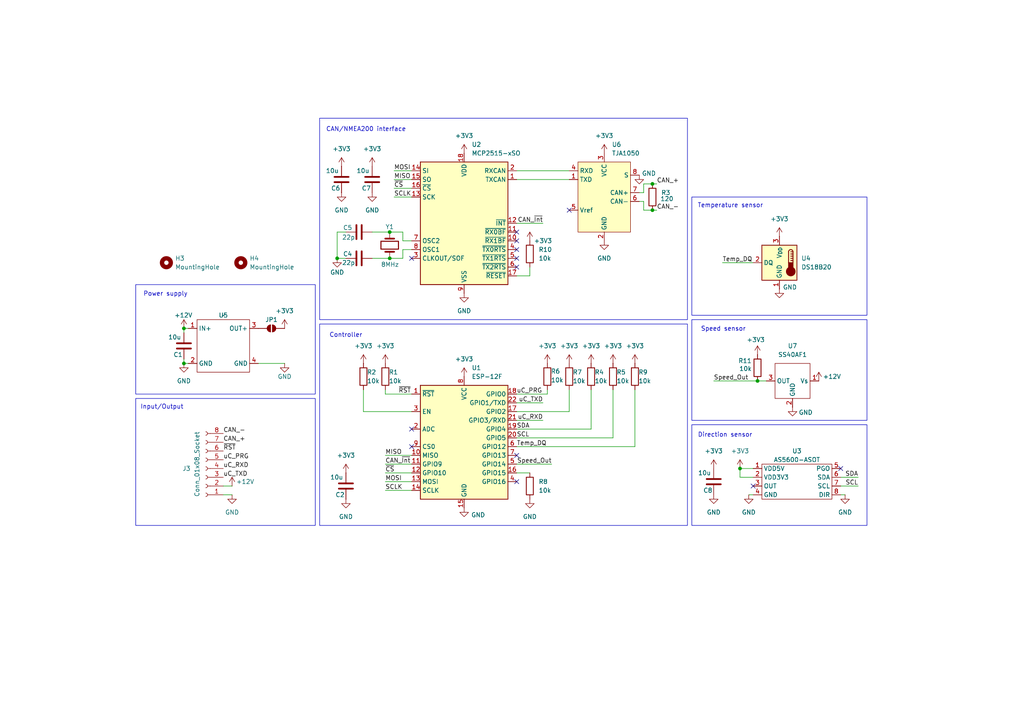
<source format=kicad_sch>
(kicad_sch (version 20231120) (generator "eeschema") (generator_version "8.0")
  (paper "A4")
  (lib_symbols
    (symbol "Connector:Conn_01x08_Socket" (pin_names (offset 1.016) hide)
      (property "Reference" "J" (at 0 10.16 0))
      (property "Value" "Conn_01x08_Socket" (at 0 -12.7 0))
      (symbol "Conn_01x08_Socket_1_1"
        (arc (start 0 -9.652) (mid -0.5058 -10.16) (end 0 -10.668) (stroke (width 0.1524)))
        (arc (start 0 -7.112) (mid -0.5058 -7.62) (end 0 -8.128) (stroke (width 0.1524)))
        (arc (start 0 -4.572) (mid -0.5058 -5.08) (end 0 -5.588) (stroke (width 0.1524)))
        (arc (start 0 -2.032) (mid -0.5058 -2.54) (end 0 -3.048) (stroke (width 0.1524)))
        (polyline (pts (xy -1.27 -10.16) (xy -0.508 -10.16)) (stroke (width 0.1524)))
        (polyline (pts (xy -1.27 -7.62) (xy -0.508 -7.62)) (stroke (width 0.1524)))
        (polyline (pts (xy -1.27 -5.08) (xy -0.508 -5.08)) (stroke (width 0.1524)))
        (polyline (pts (xy -1.27 -2.54) (xy -0.508 -2.54)) (stroke (width 0.1524)))
        (polyline (pts (xy -1.27 0) (xy -0.508 0)) (stroke (width 0.1524)))
        (polyline (pts (xy -1.27 2.54) (xy -0.508 2.54)) (stroke (width 0.1524)))
        (polyline (pts (xy -1.27 5.08) (xy -0.508 5.08)) (stroke (width 0.1524)))
        (polyline (pts (xy -1.27 7.62) (xy -0.508 7.62)) (stroke (width 0.1524)))
        (arc (start 0 0.508) (mid -0.5058 0) (end 0 -0.508) (stroke (width 0.1524)))
        (arc (start 0 3.048) (mid -0.5058 2.54) (end 0 2.032) (stroke (width 0.1524)))
        (arc (start 0 5.588) (mid -0.5058 5.08) (end 0 4.572) (stroke (width 0.1524)))
        (arc (start 0 8.128) (mid -0.5058 7.62) (end 0 7.112) (stroke (width 0.1524)))
        (pin passive line (at -5.08 7.62 0) (length 3.81) (name "Pin_1") (number "1"))
        (pin passive line (at -5.08 5.08 0) (length 3.81) (name "Pin_2") (number "2"))
        (pin passive line (at -5.08 2.54 0) (length 3.81) (name "Pin_3") (number "3"))
        (pin passive line (at -5.08 0 0) (length 3.81) (name "Pin_4") (number "4"))
        (pin passive line (at -5.08 -2.54 0) (length 3.81) (name "Pin_5") (number "5"))
        (pin passive line (at -5.08 -5.08 0) (length 3.81) (name "Pin_6") (number "6"))
        (pin passive line (at -5.08 -7.62 0) (length 3.81) (name "Pin_7") (number "7"))
        (pin passive line (at -5.08 -10.16 0) (length 3.81) (name "Pin_8") (number "8"))
      )
    )
    (symbol "Device:C" (pin_numbers hide) (pin_names (offset 0.254))
      (property "Reference" "C" (at 0.635 2.54 0))
      (property "Value" "C" (at 0.635 -2.54 0))
      (symbol "C_0_1"
        (polyline (pts (xy -2.032 -0.762) (xy 2.032 -0.762)) (stroke (width 0.508)))
        (polyline (pts (xy -2.032 0.762) (xy 2.032 0.762)) (stroke (width 0.508)))
      )
      (symbol "C_1_1"
        (pin passive line (at 0 3.81 270) (length 2.794) (name "~") (number "1"))
        (pin passive line (at 0 -3.81 90) (length 2.794) (name "~") (number "2"))
      )
    )
    (symbol "Device:Crystal" (pin_numbers hide) (pin_names (offset 1.016) hide)
      (property "Reference" "Y" (at 0 3.81 0))
      (property "Value" "Crystal" (at 0 -3.81 0))
      (symbol "Crystal_0_1"
        (rectangle (start -1.143 2.54) (end 1.143 -2.54) (stroke (width 0.3048)))
        (polyline (pts (xy -2.54 0) (xy -1.905 0)))
        (polyline (pts (xy -1.905 -1.27) (xy -1.905 1.27)) (stroke (width 0.508)))
        (polyline (pts (xy 1.905 -1.27) (xy 1.905 1.27)) (stroke (width 0.508)))
        (polyline (pts (xy 2.54 0) (xy 1.905 0)))
      )
      (symbol "Crystal_1_1"
        (pin passive line (at -3.81 0 0) (length 1.27) (name "1") (number "1"))
        (pin passive line (at 3.81 0 180) (length 1.27) (name "2") (number "2"))
      )
    )
    (symbol "Device:R" (pin_numbers hide) (pin_names (offset 0))
      (property "Reference" "R" (at 2.032 0 90))
      (property "Value" "R" (at 0 0 90))
      (symbol "R_0_1"
        (rectangle (start -1.016 -2.54) (end 1.016 2.54) (stroke (width 0.254)))
      )
      (symbol "R_1_1"
        (pin passive line (at 0 3.81 270) (length 1.27) (name "~") (number "1"))
        (pin passive line (at 0 -3.81 90) (length 1.27) (name "~") (number "2"))
      )
    )
    (symbol "Interface_CAN_LIN:MCP2515-xSO"
      (property "Reference" "U" (at -10.16 19.685 0))
      (property "Value" "MCP2515-xSO" (at 19.05 20.32 0))
      (symbol "MCP2515-xSO_0_1"
        (rectangle (start -12.7 17.78) (end 12.7 -17.78) (stroke (width 0.254)) (fill (type background)))
      )
      (symbol "MCP2515-xSO_1_1"
        (pin output line (at 15.24 12.7 180) (length 2.54) (name "TXCAN") (number "1"))
        (pin output line (at 15.24 -5.08 180) (length 2.54) (name "~{RX1BF}") (number "10"))
        (pin output line (at 15.24 -2.54 180) (length 2.54) (name "~{RX0BF}") (number "11"))
        (pin output line (at 15.24 0 180) (length 2.54) (name "~{INT}") (number "12"))
        (pin input line (at -15.24 7.62 0) (length 2.54) (name "SCK") (number "13"))
        (pin input line (at -15.24 15.24 0) (length 2.54) (name "SI") (number "14"))
        (pin output line (at -15.24 12.7 0) (length 2.54) (name "SO") (number "15"))
        (pin input line (at -15.24 10.16 0) (length 2.54) (name "~{CS}") (number "16"))
        (pin input line (at 15.24 -15.24 180) (length 2.54) (name "~{RESET}") (number "17"))
        (pin power_in line (at 0 20.32 270) (length 2.54) (name "VDD") (number "18"))
        (pin input line (at 15.24 15.24 180) (length 2.54) (name "RXCAN") (number "2"))
        (pin output line (at -15.24 -10.16 0) (length 2.54) (name "CLKOUT/SOF") (number "3"))
        (pin input line (at 15.24 -7.62 180) (length 2.54) (name "~{TX0RTS}") (number "4"))
        (pin input line (at 15.24 -10.16 180) (length 2.54) (name "~{TX1RTS}") (number "5"))
        (pin input line (at 15.24 -12.7 180) (length 2.54) (name "~{TX2RTS}") (number "6"))
        (pin output line (at -15.24 -5.08 0) (length 2.54) (name "OSC2") (number "7"))
        (pin input line (at -15.24 -7.62 0) (length 2.54) (name "OSC1") (number "8"))
        (pin power_in line (at 0 -20.32 90) (length 2.54) (name "VSS") (number "9"))
      )
    )
    (symbol "Jumper:SolderJumper_2_Open" (pin_numbers hide) (pin_names (offset 0) hide) (exclude_from_sim yes) (in_bom no)
      (property "Reference" "JP" (at 0 2.032 0))
      (property "Value" "SolderJumper_2_Open" (at 0 -2.54 0))
      (symbol "SolderJumper_2_Open_0_1"
        (arc (start -0.254 1.016) (mid -1.2656 0) (end -0.254 -1.016))
        (arc (start -0.254 1.016) (mid -1.2656 0) (end -0.254 -1.016) (fill (type outline)))
        (polyline (pts (xy -0.254 1.016) (xy -0.254 -1.016)))
        (polyline (pts (xy 0.254 1.016) (xy 0.254 -1.016)))
        (arc (start 0.254 -1.016) (mid 1.2656 0) (end 0.254 1.016))
        (arc (start 0.254 -1.016) (mid 1.2656 0) (end 0.254 1.016) (fill (type outline)))
      )
      (symbol "SolderJumper_2_Open_1_1"
        (pin passive line (at -3.81 0 0) (length 2.54) (name "A") (number "1"))
        (pin passive line (at 3.81 0 180) (length 2.54) (name "B") (number "2"))
      )
    )
    (symbol "Mechanical:MountingHole" (pin_names (offset 1.016)) (exclude_from_sim yes) (in_bom no)
      (property "Reference" "H" (at 0 5.08 0))
      (property "Value" "MountingHole" (at 0 3.175 0))
      (symbol "MountingHole_0_1"
        (circle (center 0 0) (radius 1.27) (stroke (width 1.27)))
      )
    )
    (symbol "RF_Module:ESP-12F"
      (property "Reference" "U" (at -12.7 19.05 0))
      (property "Value" "ESP-12F" (at 12.7 19.05 0))
      (symbol "ESP-12F_0_1"
        (rectangle (start -12.7 17.78) (end 12.7 -15.24) (stroke (width 0.254)) (fill (type background)))
      )
      (symbol "ESP-12F_1_1"
        (pin input line (at -15.24 15.24 0) (length 2.54) (name "~{RST}") (number "1"))
        (pin bidirectional line (at -15.24 -2.54 0) (length 2.54) (name "MISO") (number "10"))
        (pin bidirectional line (at -15.24 -5.08 0) (length 2.54) (name "GPIO9") (number "11"))
        (pin bidirectional line (at -15.24 -7.62 0) (length 2.54) (name "GPIO10") (number "12"))
        (pin bidirectional line (at -15.24 -10.16 0) (length 2.54) (name "MOSI") (number "13"))
        (pin bidirectional line (at -15.24 -12.7 0) (length 2.54) (name "SCLK") (number "14"))
        (pin power_in line (at 0 -17.78 90) (length 2.54) (name "GND") (number "15"))
        (pin bidirectional line (at 15.24 -7.62 180) (length 2.54) (name "GPIO15") (number "16"))
        (pin bidirectional line (at 15.24 10.16 180) (length 2.54) (name "GPIO2") (number "17"))
        (pin bidirectional line (at 15.24 15.24 180) (length 2.54) (name "GPIO0") (number "18"))
        (pin bidirectional line (at 15.24 5.08 180) (length 2.54) (name "GPIO4") (number "19"))
        (pin input line (at -15.24 5.08 0) (length 2.54) (name "ADC") (number "2"))
        (pin bidirectional line (at 15.24 2.54 180) (length 2.54) (name "GPIO5") (number "20"))
        (pin bidirectional line (at 15.24 7.62 180) (length 2.54) (name "GPIO3/RXD") (number "21"))
        (pin bidirectional line (at 15.24 12.7 180) (length 2.54) (name "GPIO1/TXD") (number "22"))
        (pin input line (at -15.24 10.16 0) (length 2.54) (name "EN") (number "3"))
        (pin bidirectional line (at 15.24 -10.16 180) (length 2.54) (name "GPIO16") (number "4"))
        (pin bidirectional line (at 15.24 -5.08 180) (length 2.54) (name "GPIO14") (number "5"))
        (pin bidirectional line (at 15.24 0 180) (length 2.54) (name "GPIO12") (number "6"))
        (pin bidirectional line (at 15.24 -2.54 180) (length 2.54) (name "GPIO13") (number "7"))
        (pin power_in line (at 0 20.32 270) (length 2.54) (name "VCC") (number "8"))
        (pin input line (at -15.24 0 0) (length 2.54) (name "CS0") (number "9"))
      )
    )
    (symbol "Sensor_Magnetic:AS5600"
      (property "Reference" "AS5600" (at -1.016 -0.762 0))
      (symbol "AS5600_0_1"
        (rectangle (start -11.43 5.08) (end 8.89 -5.08))
      )
      (symbol "AS5600_1_1"
        (pin power_in line (at -13.97 3.81 0) (length 2.54) (name "VDD5V") (number "1"))
        (pin power_in line (at -13.97 1.27 0) (length 2.54) (name "VDD3V3") (number "2"))
        (pin output line (at -13.97 -1.27 0) (length 2.54) (name "OUT") (number "3"))
        (pin power_in line (at -13.97 -3.81 0) (length 2.54) (name "GND") (number "4"))
        (pin input line (at 11.43 3.81 180) (length 2.54) (name "PGO") (number "5"))
        (pin bidirectional line (at 11.43 1.27 180) (length 2.54) (name "SDA") (number "6"))
        (pin input line (at 11.43 -1.27 180) (length 2.54) (name "SCL") (number "7"))
        (pin input line (at 11.43 -3.81 180) (length 2.54) (name "DIR") (number "8"))
      )
    )
    (symbol "Sensor_Temperature:DS18B20"
      (property "Reference" "U" (at -3.81 6.35 0))
      (property "Value" "DS18B20" (at 6.35 6.35 0))
      (symbol "DS18B20_0_1"
        (rectangle (start -5.08 5.08) (end 5.08 -5.08) (stroke (width 0.254)) (fill (type background)))
        (circle (center -3.302 -2.54) (radius 1.27) (stroke (width 0.254)) (fill (type outline)))
        (rectangle (start -2.667 -1.905) (end -3.937 0) (stroke (width 0.254)) (fill (type outline)))
        (arc (start -2.667 3.175) (mid -3.302 3.8073) (end -3.937 3.175) (stroke (width 0.254)))
        (polyline (pts (xy -3.937 0.635) (xy -3.302 0.635)) (stroke (width 0.254)))
        (polyline (pts (xy -3.937 1.27) (xy -3.302 1.27)) (stroke (width 0.254)))
        (polyline (pts (xy -3.937 1.905) (xy -3.302 1.905)) (stroke (width 0.254)))
        (polyline (pts (xy -3.937 2.54) (xy -3.302 2.54)) (stroke (width 0.254)))
        (polyline (pts (xy -3.937 3.175) (xy -3.937 0)) (stroke (width 0.254)))
        (polyline (pts (xy -3.937 3.175) (xy -3.302 3.175)) (stroke (width 0.254)))
        (polyline (pts (xy -2.667 3.175) (xy -2.667 0)) (stroke (width 0.254)))
      )
      (symbol "DS18B20_1_1"
        (pin power_in line (at 0 -7.62 90) (length 2.54) (name "GND") (number "1"))
        (pin bidirectional line (at 7.62 0 180) (length 2.54) (name "DQ") (number "2"))
        (pin power_in line (at 0 7.62 270) (length 2.54) (name "V_{DD}") (number "3"))
      )
    )
    (symbol "custom:MiniStepDownConverter"
      (property "Reference" "U" (at 0.762 -1.524 0))
      (symbol "MiniStepDownConverter_0_1"
        (rectangle (start -6.35 2.54) (end 8.89 -12.7))
      )
      (symbol "MiniStepDownConverter_1_1"
        (pin power_in line (at -8.89 0 0) (length 2.54) (name "IN+") (number "1"))
        (pin power_in line (at -8.89 -10.16 0) (length 2.54) (name "GND") (number "2"))
        (pin power_out line (at 11.43 0 180) (length 2.54) (name "OUT+") (number "3"))
        (pin power_out line (at 11.43 -10.16 180) (length 2.54) (name "GND") (number "4"))
      )
    )
    (symbol "custom:SS40AF"
      (property "Reference" "U7" (at 0 10.16 0))
      (property "Value" "SS40AF1" (at 0 7.62 0))
      (symbol "SS40AF_0_1"
        (rectangle (start -5.08 5.08) (end 5.08 -5.08))
      )
      (symbol "SS40AF_1_1"
        (pin input line (at -7.62 0 0) (length 2.54) (name "Vs") (number "1"))
        (pin output line (at 0 -7.62 90) (length 2.54) (name "GND") (number "2"))
        (pin input line (at 7.62 0 180) (length 2.54) (name "OUT") (number "3"))
      )
    )
    (symbol "custom:TJA1050"
      (property "Reference" "U6" (at 2.1941 15.24 0))
      (property "Value" "TJA1050" (at 2.1941 12.7 0))
      (symbol "TJA1050_0_1"
        (rectangle (start -7.62 10.16) (end 7.62 -10.16) (stroke (width 0) (color 132 0 0 1)) (fill (type background)))
      )
      (symbol "TJA1050_1_1"
        (pin input line (at -10.16 5.08 0) (length 2.54) (name "TXD") (number "1"))
        (pin power_in line (at 0 -12.7 90) (length 2.54) (name "GND") (number "2"))
        (pin power_in line (at 0 12.7 270) (length 2.54) (name "VCC") (number "3"))
        (pin output line (at -10.16 7.62 0) (length 2.54) (name "RXD") (number "4"))
        (pin input line (at -10.16 -3.81 0) (length 2.54) (name "Vref") (number "5"))
        (pin bidirectional line (at 10.16 -1.27 180) (length 2.54) (name "CAN-") (number "6"))
        (pin bidirectional line (at 10.16 1.27 180) (length 2.54) (name "CAN+") (number "7"))
        (pin input line (at 10.16 6.35 180) (length 2.54) (name "S") (number "8"))
      )
    )
    (symbol "power:+12V" (power) (pin_numbers hide) (pin_names (offset 0) hide)
      (property "Value" "+12V" (at 0 3.556 0))
      (symbol "+12V_0_1"
        (polyline (pts (xy -0.762 1.27) (xy 0 2.54)))
        (polyline (pts (xy 0 0) (xy 0 2.54)))
        (polyline (pts (xy 0 2.54) (xy 0.762 1.27)))
      )
      (symbol "+12V_1_1"
        (pin power_in line (at 0 0 90) (length 0) (name "~") (number "1"))
      )
    )
    (symbol "power:+3V3" (power) (pin_numbers hide) (pin_names (offset 0) hide)
      (property "Value" "+3V3" (at 0 3.556 0))
      (symbol "+3V3_0_1"
        (polyline (pts (xy -0.762 1.27) (xy 0 2.54)))
        (polyline (pts (xy 0 0) (xy 0 2.54)))
        (polyline (pts (xy 0 2.54) (xy 0.762 1.27)))
      )
      (symbol "+3V3_1_1"
        (pin power_in line (at 0 0 90) (length 0) (name "~") (number "1"))
      )
    )
    (symbol "power:GND" (power) (pin_numbers hide) (pin_names (offset 0) hide)
      (property "Value" "GND" (at 0 -3.81 0))
      (symbol "GND_0_1"
        (polyline (pts (xy 0 0) (xy 0 -1.27) (xy 1.27 -1.27) (xy 0 -2.54) (xy -1.27 -1.27) (xy 0 -1.27)))
      )
      (symbol "GND_1_1"
        (pin power_in line (at 0 0 270) (length 0) (name "~") (number "1"))
      )
    )
  )
  (junction (at 214.63 135.89))
  (junction (at 189.23 60.96))
  (junction (at 113.03 74.93))
  (junction (at 53.34 105.41))
  (junction (at 53.34 95.25))
  (junction (at 219.71 110.49))
  (junction (at 189.23 53.34))
  (junction (at 97.79 74.93))
  (junction (at 113.03 67.31))
  (no_connect (at 149.86 69.85))
  (no_connect (at 165.1 60.96))
  (no_connect (at 119.38 124.46))
  (no_connect (at 149.86 139.7))
  (no_connect (at 149.86 77.47))
  (no_connect (at 218.44 140.97))
  (no_connect (at 243.84 135.89))
  (no_connect (at 119.38 74.93))
  (no_connect (at 119.38 129.54))
  (no_connect (at 149.86 67.31))
  (no_connect (at 149.86 132.08))
  (no_connect (at 149.86 72.39))
  (no_connect (at 149.86 74.93))
  (wire (pts (xy 243.84 140.97) (xy 248.92 140.97)))
  (wire (pts (xy 114.3 54.61) (xy 119.38 54.61)))
  (wire (pts (xy 177.8 113.03) (xy 177.8 127)))
  (wire (pts (xy 218.44 138.43) (xy 214.63 138.43)))
  (wire (pts (xy 64.77 140.97) (xy 67.31 140.97)))
  (wire (pts (xy 186.69 60.96) (xy 189.23 60.96)))
  (wire (pts (xy 149.86 116.84) (xy 157.48 116.84)))
  (wire (pts (xy 207.01 110.49) (xy 219.71 110.49)))
  (wire (pts (xy 105.41 119.38) (xy 105.41 113.03)))
  (wire (pts (xy 116.84 74.93) (xy 113.03 74.93)))
  (wire (pts (xy 111.76 132.08) (xy 119.38 132.08)))
  (wire (pts (xy 149.86 121.92) (xy 157.48 121.92)))
  (wire (pts (xy 64.77 143.51) (xy 67.31 143.51)))
  (wire (pts (xy 214.63 135.89) (xy 214.63 138.43)))
  (wire (pts (xy 149.86 129.54) (xy 184.15 129.54)))
  (wire (pts (xy 114.3 52.07) (xy 119.38 52.07)))
  (wire (pts (xy 149.86 80.01) (xy 153.67 80.01)))
  (wire (pts (xy 149.86 49.53) (xy 165.1 49.53)))
  (wire (pts (xy 189.23 60.96) (xy 190.5 60.96)))
  (wire (pts (xy 97.79 74.93) (xy 100.33 74.93)))
  (wire (pts (xy 105.41 119.38) (xy 119.38 119.38)))
  (wire (pts (xy 184.15 129.54) (xy 184.15 113.03)))
  (wire (pts (xy 113.03 67.31) (xy 116.84 67.31)))
  (wire (pts (xy 214.63 135.89) (xy 218.44 135.89)))
  (wire (pts (xy 114.3 57.15) (xy 119.38 57.15)))
  (wire (pts (xy 111.76 142.24) (xy 119.38 142.24)))
  (wire (pts (xy 53.34 104.14) (xy 53.34 105.41)))
  (wire (pts (xy 53.34 95.25) (xy 54.61 95.25)))
  (wire (pts (xy 97.79 67.31) (xy 97.79 74.93)))
  (wire (pts (xy 243.84 138.43) (xy 248.92 138.43)))
  (wire (pts (xy 116.84 67.31) (xy 116.84 69.85)))
  (wire (pts (xy 74.93 105.41) (xy 82.55 105.41)))
  (wire (pts (xy 158.75 113.03) (xy 158.75 114.3)))
  (wire (pts (xy 245.11 143.51) (xy 243.84 143.51)))
  (wire (pts (xy 149.86 124.46) (xy 171.45 124.46)))
  (wire (pts (xy 149.86 127) (xy 177.8 127)))
  (wire (pts (xy 149.86 134.62) (xy 160.02 134.62)))
  (wire (pts (xy 153.67 80.01) (xy 153.67 77.47)))
  (wire (pts (xy 186.69 53.34) (xy 189.23 53.34)))
  (wire (pts (xy 111.76 137.16) (xy 119.38 137.16)))
  (wire (pts (xy 149.86 119.38) (xy 165.1 119.38)))
  (wire (pts (xy 116.84 72.39) (xy 116.84 74.93)))
  (wire (pts (xy 185.42 55.88) (xy 186.69 55.88)))
  (wire (pts (xy 165.1 119.38) (xy 165.1 113.03)))
  (wire (pts (xy 53.34 95.25) (xy 53.34 96.52)))
  (wire (pts (xy 111.76 139.7) (xy 119.38 139.7)))
  (wire (pts (xy 119.38 114.3) (xy 111.76 114.3)))
  (wire (pts (xy 186.69 55.88) (xy 186.69 53.34)))
  (wire (pts (xy 116.84 69.85) (xy 119.38 69.85)))
  (wire (pts (xy 53.34 105.41) (xy 54.61 105.41)))
  (wire (pts (xy 185.42 58.42) (xy 186.69 58.42)))
  (wire (pts (xy 111.76 134.62) (xy 119.38 134.62)))
  (wire (pts (xy 107.95 67.31) (xy 113.03 67.31)))
  (wire (pts (xy 111.76 114.3) (xy 111.76 113.03)))
  (wire (pts (xy 219.71 110.49) (xy 222.25 110.49)))
  (wire (pts (xy 217.17 143.51) (xy 218.44 143.51)))
  (wire (pts (xy 149.86 114.3) (xy 158.75 114.3)))
  (wire (pts (xy 171.45 113.03) (xy 171.45 124.46)))
  (wire (pts (xy 116.84 72.39) (xy 119.38 72.39)))
  (wire (pts (xy 209.55 76.2) (xy 218.44 76.2)))
  (wire (pts (xy 107.95 74.93) (xy 113.03 74.93)))
  (wire (pts (xy 114.3 49.53) (xy 119.38 49.53)))
  (wire (pts (xy 149.86 52.07) (xy 165.1 52.07)))
  (wire (pts (xy 186.69 58.42) (xy 186.69 60.96)))
  (wire (pts (xy 97.79 67.31) (xy 100.33 67.31)))
  (wire (pts (xy 149.86 64.77) (xy 157.48 64.77)))
  (wire (pts (xy 149.86 137.16) (xy 153.67 137.16)))
  (wire (pts (xy 189.23 53.34) (xy 190.5 53.34)))
  (rectangle (start 39.37 82.55) (end 91.44 114.3))
  (rectangle (start 92.71 93.98) (end 199.39 152.4))
  (rectangle (start 200.66 57.15) (end 251.46 91.44))
  (rectangle (start 39.37 115.57) (end 91.44 152.4))
  (rectangle (start 200.66 92.71) (end 251.46 121.92))
  (rectangle (start 200.66 123.19) (end 251.46 152.4))
  (rectangle (start 92.71 34.29) (end 199.39 92.71))
  (text "Controller\n" (at 100.33 97.282 0) (effects (font (size 1.27 1.27))))
  (text "CAN/NMEA200 interface\n" (at 106.172 37.592 0) (effects (font (size 1.27 1.27))))
  (text "Temperature sensor\n" (at 211.836 59.69 0) (effects (font (size 1.27 1.27))))
  (text "Direction sensor" (at 210.312 126.238 0) (effects (font (size 1.27 1.27))))
  (text "Power supply\n" (at 48.006 85.344 0) (effects (font (size 1.27 1.27))))
  (text "Speed sensor" (at 209.804 95.504 0) (effects (font (size 1.27 1.27))))
  (text "Input/Output" (at 46.99 118.11 0) (effects (font (size 1.27 1.27))))
  (label "~{CS}" (at 111.76 137.16 0))
  (label "SCLK" (at 111.76 142.24 0))
  (label "MOSI" (at 114.3 49.53 0))
  (label "SCLK" (at 114.3 57.15 0))
  (label "uC_TXD" (at 157.48 116.84 180))
  (label "uC_PRG" (at 64.77 133.35 0))
  (label "CAN_+" (at 190.5 53.34 0))
  (label "Speed_Out" (at 160.02 134.62 180))
  (label "Temp_DQ" (at 149.86 129.54 0))
  (label "SCL" (at 248.92 140.97 180))
  (label "SCL" (at 149.86 127 0))
  (label "~{RST}" (at 115.57 114.3 0))
  (label "uC_RXD" (at 64.77 135.89 0))
  (label "SDA" (at 149.86 124.46 0))
  (label "Temp_DQ" (at 209.55 76.2 0))
  (label "CAN_-" (at 190.5 60.96 0))
  (label "MISO" (at 111.76 132.08 0))
  (label "CAN_-" (at 64.77 125.73 0))
  (label "~{RST}" (at 64.77 130.81 0))
  (label "MOSI" (at 111.76 139.7 0))
  (label "CAN_~{Int}" (at 111.76 134.62 0))
  (label "uC_RXD" (at 157.48 121.92 180))
  (label "SDA" (at 248.92 138.43 180))
  (label "Speed_Out" (at 207.01 110.49 0))
  (label "MISO" (at 114.3 52.07 0))
  (label "CAN_+" (at 64.77 128.27 0))
  (label "uC_TXD" (at 64.77 138.43 0))
  (label "~{CS}" (at 114.3 54.61 0))
  (label "CAN_~{Int}" (at 157.48 64.77 180))
  (label "uC_PRG" (at 149.86 114.3 0))
  (symbol (lib_id "power:GND") (at 229.87 118.11 0) (mirror y) (unit 1)
    (property "Reference" "#PWR013" (effects (hide yes)))
    (property "Value" "GND" (at 233.68 119.634 0))
    (property "Description" "Power symbol creates a global label with name \"GND\" , ground" (effects (hide yes)))
  )
  (symbol (lib_id "power:GND") (at 185.42 50.8 0) (unit 1)
    (property "Reference" "#PWR033" (effects (hide yes)))
    (property "Value" "GND" (at 188.214 50.292 0))
    (property "Description" "Power symbol creates a global label with name \"GND\" , ground" (effects (hide yes)))
  )
  (symbol (lib_id "power:+12V") (at 237.49 110.49 0) (mirror y) (unit 1)
    (property "Reference" "#PWR014" (effects (hide yes)))
    (property "Value" "+12V" (at 241.3 109.22 0))
    (property "Description" "Power symbol creates a global label with name \"+12V\"" (effects (hide yes)))
  )
  (symbol (lib_id "Device:Crystal") (at 113.03 71.12 270) (unit 1)
    (property "Reference" "Y1" (at 111.76 65.786 90) (effects (justify left)))
    (property "Value" "8MHz" (at 110.49 76.708 90) (effects (justify left)))
    (property "Footprint" "Crystal:Crystal_HC49-4H_Vertical" (effects (hide yes)))
    (property "Description" "Two pin crystal" (effects (hide yes)))
  )
  (symbol (lib_id "Device:R") (at 165.1 109.22 0) (unit 1)
    (property "Reference" "R7" (at 166.116 107.95 0) (effects (justify left)))
    (property "Value" "10k" (at 166.116 110.49 0) (effects (justify left)))
    (property "Footprint" "Resistor_SMD:R_0805_2012Metric" (effects (hide yes)))
    (property "Description" "Resistor" (effects (hide yes)))
  )
  (symbol (lib_id "Device:C") (at 53.34 100.33 0) (mirror x) (unit 1)
    (property "Reference" "C1" (at 50.292 102.87 0) (effects (justify left)))
    (property "Value" "10u" (at 48.768 97.79 0) (effects (justify left)))
    (property "Footprint" "Capacitor_SMD:C_0805_2012Metric" (effects (hide yes)))
    (property "Description" "Unpolarized capacitor" (effects (hide yes)))
  )
  (symbol (lib_id "Sensor_Magnetic:AS5600") (at 232.41 139.7 0) (unit 1)
    (property "Reference" "U3" (at 231.14 130.81 0))
    (property "Value" "AS5600-ASOT" (at 231.14 133.35 0))
    (property "Footprint" "Package_SO:SOIC-8_3.9x4.9mm_P1.27mm" (effects (hide yes)))
    (property "Datasheet" "https://www.mouser.de/datasheet/2/588/asset_pdf_25493149-3419514.pdf" (effects (hide yes)))
    (property "Description" "Board Mount Hall Effect/Magnetic Sensors AS5600 Magnetic Sensor 12-Bit" (effects (hide yes)))
  )
  (symbol (lib_id "power:+3V3") (at 82.55 95.25 0) (unit 1)
    (property "Reference" "#PWR01" (effects (hide yes)))
    (property "Value" "+3V3" (at 82.55 90.17 0))
    (property "Description" "Power symbol creates a global label with name \"+3V3\"" (effects (hide yes)))
  )
  (symbol (lib_id "custom:TJA1050") (at 175.26 57.15 0) (unit 1)
    (property "Reference" "U6" (at 177.4541 41.91 0) (effects (justify left)))
    (property "Value" "TJA1050" (at 177.4541 44.45 0) (effects (justify left)))
    (property "Footprint" "Package_SO:SOIC-8_3.9x4.9mm_P1.27mm" (effects (hide yes)))
    (property "Datasheet" "https://www.nxp.com/docs/en/data-sheet/TJA1050.pdf" (effects (hide yes)))
    (property "Description" "The TJA1050 is the interface between the Controller Area Network (CAN) protocol controller and the physical bus. The device provides differential transmit capability to the bus and differential receive capability to the CAN controller." (effects (hide yes)))
  )
  (symbol (lib_id "power:GND") (at 100.33 144.78 0) (unit 1)
    (property "Reference" "#PWR036" (effects (hide yes)))
    (property "Value" "GND" (at 100.33 149.86 0))
    (property "Description" "Power symbol creates a global label with name \"GND\" , ground" (effects (hide yes)))
  )
  (symbol (lib_id "Device:R") (at 111.76 109.22 0) (unit 1)
    (property "Reference" "R1" (at 112.776 107.95 0) (effects (justify left)))
    (property "Value" "10k" (at 112.776 110.49 0) (effects (justify left)))
    (property "Footprint" "Resistor_SMD:R_0805_2012Metric" (effects (hide yes)))
    (property "Description" "Resistor" (effects (hide yes)))
  )
  (symbol (lib_id "power:GND") (at 217.17 143.51 0) (unit 1)
    (property "Reference" "#PWR019" (effects (hide yes)))
    (property "Value" "GND" (at 217.17 148.59 0))
    (property "Description" "Power symbol creates a global label with name \"GND\" , ground" (effects (hide yes)))
  )
  (symbol (lib_id "Device:R") (at 105.41 109.22 0) (unit 1)
    (property "Reference" "R2" (at 106.426 107.95 0) (effects (justify left)))
    (property "Value" "10k" (at 106.426 110.49 0) (effects (justify left)))
    (property "Footprint" "Resistor_SMD:R_0805_2012Metric" (effects (hide yes)))
    (property "Description" "Resistor" (effects (hide yes)))
  )
  (symbol (lib_id "power:+3V3") (at 165.1 105.41 0) (unit 1)
    (property "Reference" "#PWR024" (effects (hide yes)))
    (property "Value" "+3V3" (at 165.1 100.33 0))
    (property "Description" "Power symbol creates a global label with name \"+3V3\"" (effects (hide yes)))
  )
  (symbol (lib_id "power:GND") (at 99.06 55.88 0) (unit 1)
    (property "Reference" "#PWR038" (effects (hide yes)))
    (property "Value" "GND" (at 99.06 60.96 0))
    (property "Description" "Power symbol creates a global label with name \"GND\" , ground" (effects (hide yes)))
  )
  (symbol (lib_id "power:+3V3") (at 100.33 137.16 0) (unit 1)
    (property "Reference" "#PWR035" (effects (hide yes)))
    (property "Value" "+3V3" (at 100.33 132.08 0))
    (property "Description" "Power symbol creates a global label with name \"+3V3\"" (effects (hide yes)))
  )
  (symbol (lib_id "Device:C") (at 104.14 67.31 90) (unit 1)
    (property "Reference" "C5" (at 100.838 66.04 90))
    (property "Value" "22p" (at 101.092 68.834 90))
    (property "Footprint" "Capacitor_SMD:C_0805_2012Metric" (effects (hide yes)))
    (property "Description" "Unpolarized capacitor" (effects (hide yes)))
  )
  (symbol (lib_id "power:+3V3") (at 219.71 102.87 0) (unit 1)
    (property "Reference" "#PWR034" (effects (hide yes)))
    (property "Value" "+3V3" (at 219.202 98.552 0))
    (property "Description" "Power symbol creates a global label with name \"+3V3\"" (effects (hide yes)))
  )
  (symbol (lib_id "Device:R") (at 184.15 109.22 0) (unit 1)
    (property "Reference" "R9" (at 185.166 107.95 0) (effects (justify left)))
    (property "Value" "10k" (at 185.166 110.49 0) (effects (justify left)))
    (property "Footprint" "Resistor_SMD:R_0805_2012Metric" (effects (hide yes)))
    (property "Description" "Resistor" (effects (hide yes)))
  )
  (symbol (lib_id "power:GND") (at 245.11 143.51 0) (unit 1)
    (property "Reference" "#PWR020" (effects (hide yes)))
    (property "Value" "GND" (at 245.11 148.59 0))
    (property "Description" "Power symbol creates a global label with name \"GND\" , ground" (effects (hide yes)))
  )
  (symbol (lib_id "power:GND") (at 207.01 143.51 0) (unit 1)
    (property "Reference" "#PWR042" (effects (hide yes)))
    (property "Value" "GND" (at 207.01 148.59 0))
    (property "Description" "Power symbol creates a global label with name \"GND\" , ground" (effects (hide yes)))
  )
  (symbol (lib_id "power:+3V3") (at 107.95 48.26 0) (unit 1)
    (property "Reference" "#PWR039" (effects (hide yes)))
    (property "Value" "+3V3" (at 107.95 43.18 0))
    (property "Description" "Power symbol creates a global label with name \"+3V3\"" (effects (hide yes)))
  )
  (symbol (lib_id "power:+3V3") (at 134.62 44.45 0) (unit 1)
    (property "Reference" "#PWR029" (effects (hide yes)))
    (property "Value" "+3V3" (at 134.62 39.37 0))
    (property "Description" "Power symbol creates a global label with name \"+3V3\"" (effects (hide yes)))
  )
  (symbol (lib_id "power:+3V3") (at 105.41 105.41 0) (unit 1)
    (property "Reference" "#PWR010" (effects (hide yes)))
    (property "Value" "+3V3" (at 105.41 100.33 0))
    (property "Description" "Power symbol creates a global label with name \"+3V3\"" (effects (hide yes)))
  )
  (symbol (lib_id "Mechanical:MountingHole") (at 48.26 76.2 0) (unit 1) (exclude_from_sim yes) (in_bom no)
    (property "Reference" "H3" (at 50.8 74.9299 0) (effects (justify left)))
    (property "Value" "MountingHole" (at 50.8 77.4699 0) (effects (justify left)))
    (property "Footprint" "MountingHole:MountingHole_2.2mm_M2" (effects (hide yes)))
    (property "Description" "Mounting Hole without connection" (effects (hide yes)))
  )
  (symbol (lib_id "power:+3V3") (at 99.06 48.26 0) (unit 1)
    (property "Reference" "#PWR037" (effects (hide yes)))
    (property "Value" "+3V3" (at 99.06 43.18 0))
    (property "Description" "Power symbol creates a global label with name \"+3V3\"" (effects (hide yes)))
  )
  (symbol (lib_id "power:+3V3") (at 226.06 68.58 0) (unit 1)
    (property "Reference" "#PWR015" (effects (hide yes)))
    (property "Value" "+3V3" (at 226.06 63.5 0))
    (property "Description" "Power symbol creates a global label with name \"+3V3\"" (effects (hide yes)))
  )
  (symbol (lib_id "Device:R") (at 158.75 109.22 0) (unit 1)
    (property "Reference" "R6" (at 159.766 107.696 0) (effects (justify left)))
    (property "Value" "10k" (at 159.766 110.236 0) (effects (justify left)))
    (property "Footprint" "Resistor_SMD:R_0805_2012Metric" (effects (hide yes)))
    (property "Description" "Resistor" (effects (hide yes)))
  )
  (symbol (lib_id "power:+3V3") (at 158.75 105.41 0) (unit 1)
    (property "Reference" "#PWR023" (effects (hide yes)))
    (property "Value" "+3V3" (at 158.75 100.33 0))
    (property "Description" "Power symbol creates a global label with name \"+3V3\"" (effects (hide yes)))
  )
  (symbol (lib_id "custom:MiniStepDownConverter") (at 63.5 95.25 0) (unit 1)
    (property "Reference" "U5" (at 64.77 91.44 0))
    (property "Value" "~" (at 64.77 91.44 0))
    (property "Footprint" "Custom:MiniStepDownConverter" (effects (hide yes)))
  )
  (symbol (lib_id "Device:C") (at 104.14 74.93 90) (unit 1)
    (property "Reference" "C4" (at 100.838 73.66 90))
    (property "Value" "22p" (at 101.092 76.2 90))
    (property "Footprint" "Capacitor_SMD:C_0805_2012Metric" (effects (hide yes)))
    (property "Description" "Unpolarized capacitor" (effects (hide yes)))
  )
  (symbol (lib_id "power:+3V3") (at 214.63 135.89 0) (unit 1)
    (property "Reference" "#PWR018" (effects (hide yes)))
    (property "Value" "+3V3" (at 214.63 130.81 0))
    (property "Description" "Power symbol creates a global label with name \"+3V3\"" (effects (hide yes)))
  )
  (symbol (lib_id "power:+3V3") (at 177.8 105.41 0) (unit 1)
    (property "Reference" "#PWR022" (effects (hide yes)))
    (property "Value" "+3V3" (at 177.8 100.33 0))
    (property "Description" "Power symbol creates a global label with name \"+3V3\"" (effects (hide yes)))
  )
  (symbol (lib_id "Device:C") (at 207.01 139.7 0) (mirror x) (unit 1)
    (property "Reference" "C8" (at 203.962 142.24 0) (effects (justify left)))
    (property "Value" "10u" (at 202.438 137.16 0) (effects (justify left)))
    (property "Footprint" "Capacitor_SMD:C_0805_2012Metric" (effects (hide yes)))
    (property "Description" "Unpolarized capacitor" (effects (hide yes)))
  )
  (symbol (lib_id "power:+3V3") (at 207.01 135.89 0) (unit 1)
    (property "Reference" "#PWR041" (effects (hide yes)))
    (property "Value" "+3V3" (at 207.01 130.81 0))
    (property "Description" "Power symbol creates a global label with name \"+3V3\"" (effects (hide yes)))
  )
  (symbol (lib_id "power:GND") (at 226.06 83.82 0) (unit 1)
    (property "Reference" "#PWR016" (effects (hide yes)))
    (property "Value" "GND" (at 229.108 83.312 0))
    (property "Description" "Power symbol creates a global label with name \"GND\" , ground" (effects (hide yes)))
  )
  (symbol (lib_id "Device:R") (at 219.71 106.68 0) (unit 1)
    (property "Reference" "R11" (at 214.122 104.648 0) (effects (justify left)))
    (property "Value" "10k" (at 214.376 106.934 0) (effects (justify left)))
    (property "Footprint" "Resistor_SMD:R_0805_2012Metric" (effects (hide yes)))
    (property "Description" "Resistor" (effects (hide yes)))
  )
  (symbol (lib_id "power:GND") (at 97.79 74.93 0) (unit 1)
    (property "Reference" "#PWR027" (effects (hide yes)))
    (property "Value" "GND" (at 97.79 78.994 0))
    (property "Description" "Power symbol creates a global label with name \"GND\" , ground" (effects (hide yes)))
  )
  (symbol (lib_id "power:GND") (at 53.34 105.41 0) (unit 1)
    (property "Reference" "#PWR04" (effects (hide yes)))
    (property "Value" "GND" (at 53.34 110.49 0))
    (property "Description" "Power symbol creates a global label with name \"GND\" , ground" (effects (hide yes)))
  )
  (symbol (lib_id "Device:C") (at 107.95 52.07 0) (mirror x) (unit 1)
    (property "Reference" "C7" (at 104.902 54.61 0) (effects (justify left)))
    (property "Value" "10u" (at 103.378 49.53 0) (effects (justify left)))
    (property "Footprint" "Capacitor_SMD:C_0805_2012Metric" (effects (hide yes)))
    (property "Description" "Unpolarized capacitor" (effects (hide yes)))
  )
  (symbol (lib_id "power:+3V3") (at 184.15 105.41 0) (unit 1)
    (property "Reference" "#PWR026" (effects (hide yes)))
    (property "Value" "+3V3" (at 184.15 100.33 0))
    (property "Description" "Power symbol creates a global label with name \"+3V3\"" (effects (hide yes)))
  )
  (symbol (lib_id "Mechanical:MountingHole") (at 69.85 76.2 0) (unit 1) (exclude_from_sim yes) (in_bom no)
    (property "Reference" "H4" (at 72.39 74.9299 0) (effects (justify left)))
    (property "Value" "MountingHole" (at 72.39 77.4699 0) (effects (justify left)))
    (property "Footprint" "MountingHole:MountingHole_2.2mm_M2" (effects (hide yes)))
    (property "Description" "Mounting Hole without connection" (effects (hide yes)))
  )
  (symbol (lib_id "custom:SS40AF") (at 229.87 110.49 0) (mirror y) (unit 1)
    (property "Reference" "U7" (at 229.87 100.33 0))
    (property "Value" "SS40AF1" (at 229.87 102.87 0))
    (property "Footprint" "Package_TO_SOT_THT:TO-92L_Inline" (effects (hide yes)))
  )
  (symbol (lib_id "power:+12V") (at 67.31 140.97 0) (unit 1)
    (property "Reference" "#PWR02" (effects (hide yes)))
    (property "Value" "+12V" (at 71.12 139.7 0))
    (property "Description" "Power symbol creates a global label with name \"+12V\"" (effects (hide yes)))
  )
  (symbol (lib_id "power:GND") (at 107.95 55.88 0) (unit 1)
    (property "Reference" "#PWR040" (effects (hide yes)))
    (property "Value" "GND" (at 107.95 60.96 0))
    (property "Description" "Power symbol creates a global label with name \"GND\" , ground" (effects (hide yes)))
  )
  (symbol (lib_id "power:+3V3") (at 175.26 44.45 0) (unit 1)
    (property "Reference" "#PWR032" (effects (hide yes)))
    (property "Value" "+3V3" (at 175.26 39.37 0))
    (property "Description" "Power symbol creates a global label with name \"+3V3\"" (effects (hide yes)))
  )
  (symbol (lib_id "Device:C") (at 99.06 52.07 0) (mirror x) (unit 1)
    (property "Reference" "C6" (at 96.012 54.61 0) (effects (justify left)))
    (property "Value" "10u" (at 94.488 49.53 0) (effects (justify left)))
    (property "Footprint" "Capacitor_SMD:C_0805_2012Metric" (effects (hide yes)))
    (property "Description" "Unpolarized capacitor" (effects (hide yes)))
  )
  (symbol (lib_id "power:+3V3") (at 171.45 105.41 0) (unit 1)
    (property "Reference" "#PWR021" (effects (hide yes)))
    (property "Value" "+3V3" (at 171.45 100.33 0))
    (property "Description" "Power symbol creates a global label with name \"+3V3\"" (effects (hide yes)))
  )
  (symbol (lib_id "power:GND") (at 134.62 147.32 0) (unit 1)
    (property "Reference" "#PWR011" (effects (hide yes)))
    (property "Value" "GND" (at 138.684 149.352 0))
    (property "Description" "Power symbol creates a global label with name \"GND\" , ground" (effects (hide yes)))
  )
  (symbol (lib_id "Jumper:SolderJumper_2_Open") (at 78.74 95.25 0) (unit 1) (exclude_from_sim yes) (in_bom no)
    (property "Reference" "JP1" (at 78.74 92.71 0))
    (property "Value" "SolderJumper_2_Open" (effects (hide yes)))
    (property "Footprint" "Jumper:SolderJumper-2_P1.3mm_Open_Pad1.0x1.5mm" (effects (hide yes)))
    (property "Description" "Solder Jumper, 2-pole, open" (effects (hide yes)))
  )
  (symbol (lib_id "power:GND") (at 82.55 105.41 0) (unit 1)
    (property "Reference" "#PWR05" (effects (hide yes)))
    (property "Value" "GND" (at 82.55 109.22 0))
    (property "Description" "Power symbol creates a global label with name \"GND\" , ground" (effects (hide yes)))
  )
  (symbol (lib_id "Interface_CAN_LIN:MCP2515-xSO") (at 134.62 64.77 0) (unit 1)
    (property "Reference" "U2" (at 136.8141 41.91 0) (effects (justify left)))
    (property "Value" "MCP2515-xSO" (at 136.8141 44.45 0) (effects (justify left)))
    (property "Footprint" "Package_SO:SOIC-18W_7.5x11.6mm_P1.27mm" (effects (hide yes)))
    (property "Datasheet" "http://ww1.microchip.com/downloads/en/DeviceDoc/21801e.pdf" (effects (hide yes)))
    (property "Description" "Stand-Alone CAN Controller with SPI Interface, SOIC-18" (effects (hide yes)))
  )
  (symbol (lib_id "RF_Module:ESP-12F") (at 134.62 129.54 0) (unit 1)
    (property "Reference" "U1" (at 136.8141 106.68 0) (effects (justify left)))
    (property "Value" "ESP-12F" (at 136.8141 109.22 0) (effects (justify left)))
    (property "Footprint" "RF_Module:ESP-12E" (effects (hide yes)))
    (property "Datasheet" "http://wiki.ai-thinker.com/_media/esp8266/esp8266_series_modules_user_manual_v1.1.pdf" (effects (hide yes)))
    (property "Description" "802.11 b/g/n Wi-Fi Module" (effects (hide yes)))
  )
  (symbol (lib_id "power:+3V3") (at 134.62 109.22 0) (unit 1)
    (property "Reference" "#PWR012" (effects (hide yes)))
    (property "Value" "+3V3" (at 134.62 104.14 0))
    (property "Description" "Power symbol creates a global label with name \"+3V3\"" (effects (hide yes)))
  )
  (symbol (lib_id "power:GND") (at 134.62 85.09 0) (unit 1)
    (property "Reference" "#PWR028" (effects (hide yes)))
    (property "Value" "GND" (at 134.62 90.17 0))
    (property "Description" "Power symbol creates a global label with name \"GND\" , ground" (effects (hide yes)))
  )
  (symbol (lib_id "power:GND") (at 67.31 143.51 0) (unit 1)
    (property "Reference" "#PWR07" (effects (hide yes)))
    (property "Value" "GND" (at 67.31 148.59 0))
    (property "Description" "Power symbol creates a global label with name \"GND\" , ground" (effects (hide yes)))
  )
  (symbol (lib_id "power:+12V") (at 53.34 95.25 0) (unit 1)
    (property "Reference" "#PWR03" (effects (hide yes)))
    (property "Value" "+12V" (at 50.546 91.44 0) (effects (justify left)))
    (property "Description" "Power symbol creates a global label with name \"+12V\"" (effects (hide yes)))
  )
  (symbol (lib_id "Device:R") (at 189.23 57.15 0) (unit 1)
    (property "Reference" "R3" (at 191.77 55.8799 0) (effects (justify left)))
    (property "Value" "120" (at 191.516 57.658 0) (effects (justify left)))
    (property "Footprint" "Resistor_SMD:R_0805_2012Metric" (effects (hide yes)))
    (property "Description" "Resistor" (effects (hide yes)))
  )
  (symbol (lib_id "Device:R") (at 153.67 140.97 0) (unit 1)
    (property "Reference" "R8" (at 156.21 139.6999 0) (effects (justify left)))
    (property "Value" "10k" (at 156.21 142.2399 0) (effects (justify left)))
    (property "Footprint" "Resistor_SMD:R_0805_2012Metric" (effects (hide yes)))
    (property "Description" "Resistor" (effects (hide yes)))
  )
  (symbol (lib_id "Device:R") (at 177.8 109.22 0) (unit 1)
    (property "Reference" "R5" (at 178.816 107.95 0) (effects (justify left)))
    (property "Value" "10k" (at 178.816 110.49 0) (effects (justify left)))
    (property "Footprint" "Resistor_SMD:R_0805_2012Metric" (effects (hide yes)))
    (property "Description" "Resistor" (effects (hide yes)))
  )
  (symbol (lib_id "power:GND") (at 153.67 144.78 0) (unit 1)
    (property "Reference" "#PWR025" (effects (hide yes)))
    (property "Value" "GND" (at 153.67 149.86 0))
    (property "Description" "Power symbol creates a global label with name \"GND\" , ground" (effects (hide yes)))
  )
  (symbol (lib_id "Device:R") (at 153.67 73.66 0) (unit 1)
    (property "Reference" "R10" (at 156.21 72.3899 0) (effects (justify left)))
    (property "Value" "10k" (at 156.21 74.9299 0) (effects (justify left)))
    (property "Footprint" "Resistor_SMD:R_0805_2012Metric" (effects (hide yes)))
    (property "Description" "Resistor" (effects (hide yes)))
  )
  (symbol (lib_id "power:+3V3") (at 153.67 69.85 0) (unit 1)
    (property "Reference" "#PWR030" (effects (hide yes)))
    (property "Value" "+3V3" (at 157.48 69.85 0))
    (property "Description" "Power symbol creates a global label with name \"+3V3\"" (effects (hide yes)))
  )
  (symbol (lib_id "Device:R") (at 171.45 109.22 0) (unit 1)
    (property "Reference" "R4" (at 172.466 107.95 0) (effects (justify left)))
    (property "Value" "10k" (at 172.466 110.49 0) (effects (justify left)))
    (property "Footprint" "Resistor_SMD:R_0805_2012Metric" (effects (hide yes)))
    (property "Description" "Resistor" (effects (hide yes)))
  )
  (symbol (lib_id "Sensor_Temperature:DS18B20") (at 226.06 76.2 0) (mirror y) (unit 1)
    (property "Reference" "U4" (at 232.41 74.9299 0) (effects (justify right)))
    (property "Value" "DS18B20" (at 232.41 77.4699 0) (effects (justify right)))
    (property "Footprint" "Package_TO_SOT_THT:TO-92_Inline" (effects (hide yes)))
    (property "Datasheet" "http://datasheets.maximintegrated.com/en/ds/DS18B20.pdf" (effects (hide yes)))
    (property "Description" "Programmable Resolution 1-Wire Digital Thermometer TO-92" (effects (hide yes)))
  )
  (symbol (lib_id "Connector:Conn_01x08_Socket") (at 59.69 135.89 180) (unit 1)
    (property "Reference" "J3" (at 54.102 135.89 0))
    (property "Value" "Conn_01x08_Socket" (at 57.15 134.62 90))
    (property "Footprint" "Custom:CON_532610871" (effects (hide yes)))
    (property "Description" "Generic connector, single row, 01x08, script generated" (effects (hide yes)))
  )
  (symbol (lib_id "power:GND") (at 175.26 69.85 0) (unit 1)
    (property "Reference" "#PWR031" (effects (hide yes)))
    (property "Value" "GND" (at 175.26 74.93 0))
    (property "Description" "Power symbol creates a global label with name \"GND\" , ground" (effects (hide yes)))
  )
  (symbol (lib_id "power:+3V3") (at 111.76 105.41 0) (unit 1)
    (property "Reference" "#PWR08" (effects (hide yes)))
    (property "Value" "+3V3" (at 111.76 100.33 0))
    (property "Description" "Power symbol creates a global label with name \"+3V3\"" (effects (hide yes)))
  )
  (symbol (lib_id "Device:C") (at 100.33 140.97 0) (mirror x) (unit 1)
    (property "Reference" "C2" (at 97.282 143.51 0) (effects (justify left)))
    (property "Value" "10u" (at 95.758 138.43 0) (effects (justify left)))
    (property "Footprint" "Capacitor_SMD:C_0805_2012Metric" (effects (hide yes)))
    (property "Description" "Unpolarized capacitor" (effects (hide yes)))
  )
)
</source>
